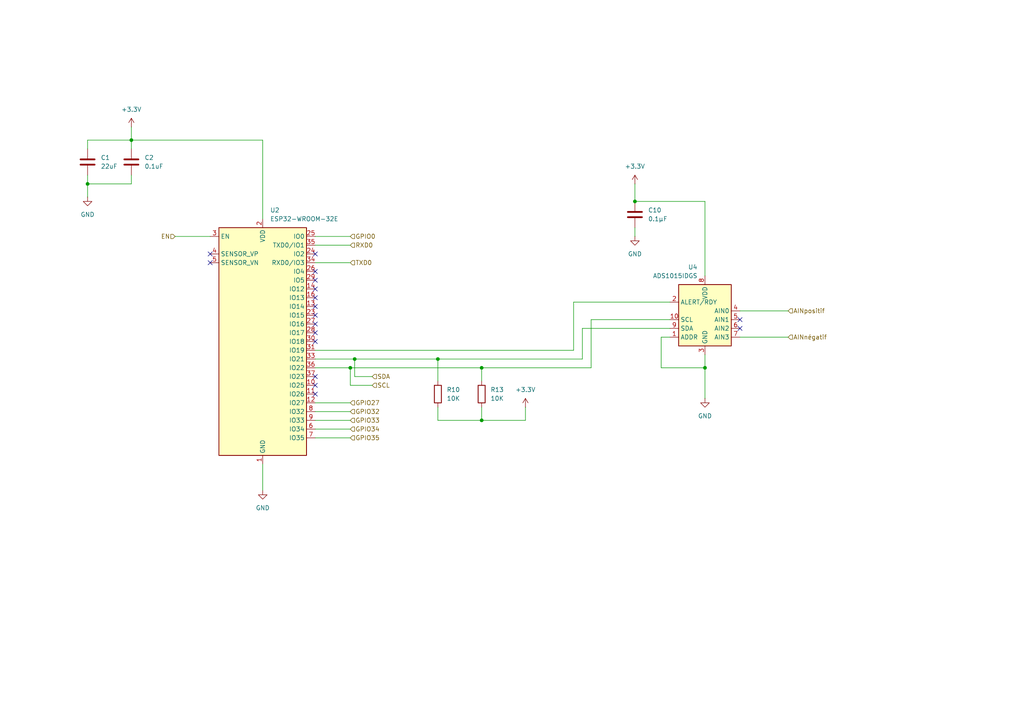
<source format=kicad_sch>
(kicad_sch (version 20250114) (generator "eeschema") (generator_version "9.0")
  (paper "A4")
  (lib_symbols
    (symbol "Analog_ADC:ADS1015IDGS"
      (property "Reference" "U" (at 2.54 13.97 0))
      (property "Value" "ADS1015IDGS" (at 7.62 11.43 0))
      (symbol "ADS1015IDGS_0_1"
        (rectangle (start -7.62 10.16) (end 7.62 -7.62) (stroke (width 0.254)) (fill (type background)))
      )
      (symbol "ADS1015IDGS_1_1"
        (pin input line (at -10.16 2.54 0) (length 2.54) (name "AIN0") (number "4"))
        (pin input line (at -10.16 0 0) (length 2.54) (name "AIN1") (number "5"))
        (pin input line (at -10.16 -2.54 0) (length 2.54) (name "AIN2") (number "6"))
        (pin input line (at -10.16 -5.08 0) (length 2.54) (name "AIN3") (number "7"))
        (pin power_in line (at 0 12.7 270) (length 2.54) (name "VDD") (number "8"))
        (pin power_in line (at 0 -10.16 90) (length 2.54) (name "GND") (number "3"))
        (pin output line (at 10.16 5.08 180) (length 2.54) (name "ALERT/RDY") (number "2"))
        (pin input line (at 10.16 0 180) (length 2.54) (name "SCL") (number "10"))
        (pin bidirectional line (at 10.16 -2.54 180) (length 2.54) (name "SDA") (number "9"))
        (pin input line (at 10.16 -5.08 180) (length 2.54) (name "ADDR") (number "1"))
      )
    )
    (symbol "Device:C" (pin_numbers (hide yes)) (pin_names (offset 0.254))
      (property "Reference" "C" (at 0.635 2.54 0))
      (property "Value" "C" (at 0.635 -2.54 0))
      (symbol "C_0_1"
        (polyline (pts (xy -2.032 0.762) (xy 2.032 0.762)) (stroke (width 0.508)))
        (polyline (pts (xy -2.032 -0.762) (xy 2.032 -0.762)) (stroke (width 0.508)))
      )
      (symbol "C_1_1"
        (pin passive line (at 0 3.81 270) (length 2.794) (name "~") (number "1"))
        (pin passive line (at 0 -3.81 90) (length 2.794) (name "~") (number "2"))
      )
    )
    (symbol "Device:R" (pin_numbers (hide yes)) (pin_names (offset 0))
      (property "Reference" "R" (at 2.032 0 90))
      (property "Value" "R" (at 0 0 90))
      (symbol "R_0_1"
        (rectangle (start -1.016 -2.54) (end 1.016 2.54) (stroke (width 0.254)))
      )
      (symbol "R_1_1"
        (pin passive line (at 0 3.81 270) (length 1.27) (name "~") (number "1"))
        (pin passive line (at 0 -3.81 90) (length 1.27) (name "~") (number "2"))
      )
    )
    (symbol "RF_Module:ESP32-WROOM-32E"
      (property "Reference" "U" (at -12.7 34.29 0))
      (property "Value" "ESP32-WROOM-32E" (at 1.27 34.29 0))
      (symbol "ESP32-WROOM-32E_0_1"
        (rectangle (start -12.7 33.02) (end 12.7 -33.02) (stroke (width 0.254)) (fill (type background)))
      )
      (symbol "ESP32-WROOM-32E_1_1"
        (pin input line (at -15.24 30.48 0) (length 2.54) (name "EN") (number "3"))
        (pin input line (at -15.24 25.4 0) (length 2.54) (name "SENSOR_VP") (number "4"))
        (pin input line (at -15.24 22.86 0) (length 2.54) (name "SENSOR_VN") (number "5"))
        (pin no_connect line (at -12.7 0 0) (length 2.54) (hide yes) (name "NC") (number "21"))
        (pin no_connect line (at -12.7 -2.54 0) (length 2.54) (hide yes) (name "NC") (number "22"))
        (pin no_connect line (at -12.7 -5.08 0) (length 2.54) (hide yes) (name "NC") (number "17"))
        (pin no_connect line (at -12.7 -7.62 0) (length 2.54) (hide yes) (name "NC") (number "18"))
        (pin no_connect line (at -12.7 -10.16 0) (length 2.54) (hide yes) (name "NC") (number "20"))
        (pin no_connect line (at -12.7 -12.7 0) (length 2.54) (hide yes) (name "NC") (number "19"))
        (pin no_connect line (at -12.7 -27.94 0) (length 2.54) (hide yes) (name "NC") (number "32"))
        (pin power_in line (at 0 35.56 270) (length 2.54) (name "VDD") (number "2"))
        (pin power_in line (at 0 -35.56 90) (length 2.54) (name "GND") (number "1"))
        (pin passive line (at 0 -35.56 90) (length 2.54) (hide yes) (name "GND") (number "15"))
        (pin passive line (at 0 -35.56 90) (length 2.54) (hide yes) (name "GND") (number "38"))
        (pin passive line (at 0 -35.56 90) (length 2.54) (hide yes) (name "GND") (number "39"))
        (pin bidirectional line (at 15.24 30.48 180) (length 2.54) (name "IO0") (number "25"))
        (pin bidirectional line (at 15.24 27.94 180) (length 2.54) (name "TXD0/IO1") (number "35"))
        (pin bidirectional line (at 15.24 25.4 180) (length 2.54) (name "IO2") (number "24"))
        (pin bidirectional line (at 15.24 22.86 180) (length 2.54) (name "RXD0/IO3") (number "34"))
        (pin bidirectional line (at 15.24 20.32 180) (length 2.54) (name "IO4") (number "26"))
        (pin bidirectional line (at 15.24 17.78 180) (length 2.54) (name "IO5") (number "29"))
        (pin bidirectional line (at 15.24 15.24 180) (length 2.54) (name "IO12") (number "14"))
        (pin bidirectional line (at 15.24 12.7 180) (length 2.54) (name "IO13") (number "16"))
        (pin bidirectional line (at 15.24 10.16 180) (length 2.54) (name "IO14") (number "13"))
        (pin bidirectional line (at 15.24 7.62 180) (length 2.54) (name "IO15") (number "23"))
        (pin bidirectional line (at 15.24 5.08 180) (length 2.54) (name "IO16") (number "27"))
        (pin bidirectional line (at 15.24 2.54 180) (length 2.54) (name "IO17") (number "28"))
        (pin bidirectional line (at 15.24 0 180) (length 2.54) (name "IO18") (number "30"))
        (pin bidirectional line (at 15.24 -2.54 180) (length 2.54) (name "IO19") (number "31"))
        (pin bidirectional line (at 15.24 -5.08 180) (length 2.54) (name "IO21") (number "33"))
        (pin bidirectional line (at 15.24 -7.62 180) (length 2.54) (name "IO22") (number "36"))
        (pin bidirectional line (at 15.24 -10.16 180) (length 2.54) (name "IO23") (number "37"))
        (pin bidirectional line (at 15.24 -12.7 180) (length 2.54) (name "IO25") (number "10"))
        (pin bidirectional line (at 15.24 -15.24 180) (length 2.54) (name "IO26") (number "11"))
        (pin bidirectional line (at 15.24 -17.78 180) (length 2.54) (name "IO27") (number "12"))
        (pin bidirectional line (at 15.24 -20.32 180) (length 2.54) (name "IO32") (number "8"))
        (pin bidirectional line (at 15.24 -22.86 180) (length 2.54) (name "IO33") (number "9"))
        (pin input line (at 15.24 -25.4 180) (length 2.54) (name "IO34") (number "6"))
        (pin input line (at 15.24 -27.94 180) (length 2.54) (name "IO35") (number "7"))
      )
    )
    (symbol "power:+3.3V" (power) (pin_numbers (hide yes)) (pin_names (offset 0) (hide yes))
      (property "Value" "+3.3V" (at 0 3.556 0))
      (symbol "+3.3V_0_1"
        (polyline (pts (xy -0.762 1.27) (xy 0 2.54)))
        (polyline (pts (xy 0 2.54) (xy 0.762 1.27)))
        (polyline (pts (xy 0 0) (xy 0 2.54)))
      )
      (symbol "+3.3V_1_1"
        (pin power_in line (at 0 0 90) (length 0) (name "~") (number "1"))
      )
    )
    (symbol "power:GND" (power) (pin_numbers (hide yes)) (pin_names (offset 0) (hide yes))
      (property "Value" "GND" (at 0 -3.81 0))
      (symbol "GND_0_1"
        (polyline (pts (xy 0 0) (xy 0 -1.27) (xy 1.27 -1.27) (xy 0 -2.54) (xy -1.27 -1.27) (xy 0 -1.27)))
      )
      (symbol "GND_1_1"
        (pin power_in line (at 0 0 270) (length 0) (name "~") (number "1"))
      )
    )
  )
  (junction (at 139.7 121.92))
  (junction (at 25.4 53.34))
  (junction (at 184.15 58.42))
  (junction (at 101.6 106.68))
  (junction (at 139.7 106.68))
  (junction (at 102.87 104.14))
  (junction (at 38.1 40.64))
  (junction (at 127 104.14))
  (junction (at 204.47 106.68))
  (no_connect (at 60.96 76.2))
  (no_connect (at 91.44 91.44))
  (no_connect (at 91.44 114.3))
  (no_connect (at 91.44 88.9))
  (no_connect (at 60.96 73.66))
  (no_connect (at 214.63 95.25))
  (no_connect (at 91.44 81.28))
  (no_connect (at 91.44 78.74))
  (no_connect (at 214.63 92.71))
  (no_connect (at 91.44 111.76))
  (no_connect (at 91.44 93.98))
  (no_connect (at 91.44 86.36))
  (no_connect (at 91.44 83.82))
  (no_connect (at 91.44 96.52))
  (no_connect (at 91.44 73.66))
  (no_connect (at 91.44 99.06))
  (no_connect (at 91.44 109.22))
  (wire (pts (xy 194.31 95.25) (xy 168.91 95.25)))
  (wire (pts (xy 101.6 106.68) (xy 91.44 106.68)))
  (wire (pts (xy 38.1 40.64) (xy 38.1 43.18)))
  (wire (pts (xy 204.47 58.42) (xy 184.15 58.42)))
  (wire (pts (xy 91.44 121.92) (xy 101.6 121.92)))
  (wire (pts (xy 38.1 50.8) (xy 38.1 53.34)))
  (wire (pts (xy 101.6 111.76) (xy 107.95 111.76)))
  (wire (pts (xy 204.47 106.68) (xy 204.47 115.57)))
  (wire (pts (xy 102.87 104.14) (xy 91.44 104.14)))
  (wire (pts (xy 91.44 76.2) (xy 101.6 76.2)))
  (wire (pts (xy 166.37 87.63) (xy 194.31 87.63)))
  (wire (pts (xy 102.87 109.22) (xy 102.87 104.14)))
  (wire (pts (xy 191.77 97.79) (xy 191.77 106.68)))
  (wire (pts (xy 152.4 121.92) (xy 152.4 118.11)))
  (wire (pts (xy 127 104.14) (xy 127 110.49)))
  (wire (pts (xy 139.7 121.92) (xy 152.4 121.92)))
  (wire (pts (xy 191.77 106.68) (xy 204.47 106.68)))
  (wire (pts (xy 139.7 106.68) (xy 171.45 106.68)))
  (wire (pts (xy 38.1 36.83) (xy 38.1 40.64)))
  (wire (pts (xy 25.4 53.34) (xy 38.1 53.34)))
  (wire (pts (xy 139.7 106.68) (xy 139.7 110.49)))
  (wire (pts (xy 166.37 101.6) (xy 91.44 101.6)))
  (wire (pts (xy 184.15 53.34) (xy 184.15 58.42)))
  (wire (pts (xy 25.4 43.18) (xy 25.4 40.64)))
  (wire (pts (xy 166.37 87.63) (xy 166.37 101.6)))
  (wire (pts (xy 184.15 66.04) (xy 184.15 68.58)))
  (wire (pts (xy 101.6 111.76) (xy 101.6 106.68)))
  (wire (pts (xy 76.2 40.64) (xy 38.1 40.64)))
  (wire (pts (xy 194.31 92.71) (xy 171.45 92.71)))
  (wire (pts (xy 101.6 106.68) (xy 139.7 106.68)))
  (wire (pts (xy 214.63 97.79) (xy 228.6 97.79)))
  (wire (pts (xy 127 121.92) (xy 139.7 121.92)))
  (wire (pts (xy 102.87 109.22) (xy 107.95 109.22)))
  (wire (pts (xy 25.4 50.8) (xy 25.4 53.34)))
  (wire (pts (xy 101.6 124.46) (xy 91.44 124.46)))
  (wire (pts (xy 204.47 102.87) (xy 204.47 106.68)))
  (wire (pts (xy 171.45 92.71) (xy 171.45 106.68)))
  (wire (pts (xy 168.91 95.25) (xy 168.91 104.14)))
  (wire (pts (xy 127 118.11) (xy 127 121.92)))
  (wire (pts (xy 127 104.14) (xy 168.91 104.14)))
  (wire (pts (xy 91.44 71.12) (xy 101.6 71.12)))
  (wire (pts (xy 91.44 127) (xy 101.6 127)))
  (wire (pts (xy 191.77 97.79) (xy 194.31 97.79)))
  (wire (pts (xy 91.44 68.58) (xy 101.6 68.58)))
  (wire (pts (xy 102.87 104.14) (xy 127 104.14)))
  (wire (pts (xy 25.4 40.64) (xy 38.1 40.64)))
  (wire (pts (xy 50.8 68.58) (xy 60.96 68.58)))
  (wire (pts (xy 25.4 57.15) (xy 25.4 53.34)))
  (wire (pts (xy 214.63 90.17) (xy 228.6 90.17)))
  (wire (pts (xy 204.47 80.01) (xy 204.47 58.42)))
  (wire (pts (xy 139.7 121.92) (xy 139.7 118.11)))
  (wire (pts (xy 91.44 119.38) (xy 101.6 119.38)))
  (wire (pts (xy 91.44 116.84) (xy 101.6 116.84)))
  (wire (pts (xy 76.2 63.5) (xy 76.2 40.64)))
  (wire (pts (xy 76.2 134.62) (xy 76.2 142.24)))
  (hierarchical_label "AINpositif" (shape input) (at 228.6 90.17 0))
  (hierarchical_label "SCL" (shape input) (at 107.95 111.76 0))
  (hierarchical_label "AINnégatif" (shape input) (at 228.6 97.79 0))
  (hierarchical_label "TXD0" (shape input) (at 101.6 76.2 0))
  (hierarchical_label "GPIO27" (shape input) (at 101.6 116.84 0))
  (hierarchical_label "EN" (shape input) (at 50.8 68.58 180))
  (hierarchical_label "GPIO34" (shape input) (at 101.6 124.46 0))
  (hierarchical_label "RXD0" (shape input) (at 101.6 71.12 0))
  (hierarchical_label "GPIO35" (shape input) (at 101.6 127 0))
  (hierarchical_label "GPIO0" (shape input) (at 101.6 68.58 0))
  (hierarchical_label "GPIO33" (shape input) (at 101.6 121.92 0))
  (hierarchical_label "GPIO32" (shape input) (at 101.6 119.38 0))
  (hierarchical_label "SDA" (shape input) (at 107.95 109.22 0))
  (symbol (lib_id "Device:C") (at 38.1 46.99 0) (unit 1)
    (property "Reference" "C2" (at 41.91 45.7199 0) (effects (justify left)))
    (property "Value" "0.1uF" (at 41.91 48.2599 0) (effects (justify left)))
    (property "Description" "Unpolarized capacitor" (effects (hide yes)))
  )
  (symbol (lib_id "RF_Module:ESP32-WROOM-32E") (at 76.2 99.06 0) (unit 1)
    (property "Reference" "U2" (at 78.3433 60.96 0) (effects (justify left)))
    (property "Value" "ESP32-WROOM-32E" (at 78.3433 63.5 0) (effects (justify left)))
    (property "Footprint" "RF_Module:ESP32-WROOM-32D" (effects (hide yes)))
    (property "Datasheet" "https://www.espressif.com/sites/default/files/documentation/esp32-wroom-32e_esp32-wroom-32ue_datasheet_en.pdf" (effects (hide yes)))
    (property "Description" "RF Module, ESP32-D0WD-V3 SoC, without PSRAM, Wi-Fi 802.11b/g/n, Bluetooth, BLE, 32-bit, 2.7-3.6V, onboard antenna, SMD" (effects (hide yes)))
  )
  (symbol (lib_id "power:GND") (at 184.15 68.58 0) (unit 1)
    (property "Reference" "#PWR038" (effects (hide yes)))
    (property "Value" "GND" (at 184.15 73.66 0))
    (property "Description" "Power symbol creates a global label with name \"GND\" , ground" (effects (hide yes)))
  )
  (symbol (lib_id "Device:R") (at 127 114.3 0) (unit 1)
    (property "Reference" "R10" (at 129.54 113.0299 0) (effects (justify left)))
    (property "Value" "10K" (at 129.54 115.5699 0) (effects (justify left)))
    (property "Description" "Resistor" (effects (hide yes)))
  )
  (symbol (lib_id "power:GND") (at 204.47 115.57 0) (unit 1)
    (property "Reference" "#PWR013" (effects (hide yes)))
    (property "Value" "GND" (at 204.47 120.65 0))
    (property "Description" "Power symbol creates a global label with name \"GND\" , ground" (effects (hide yes)))
  )
  (symbol (lib_id "power:+3.3V") (at 184.15 53.34 0) (unit 1)
    (property "Reference" "#PWR03" (effects (hide yes)))
    (property "Value" "+3.3V" (at 184.15 48.26 0))
    (property "Description" "Power symbol creates a global label with name \"+3.3V\"" (effects (hide yes)))
  )
  (symbol (lib_id "Device:R") (at 139.7 114.3 0) (unit 1)
    (property "Reference" "R13" (at 142.24 113.0299 0) (effects (justify left)))
    (property "Value" "10K" (at 142.24 115.5699 0) (effects (justify left)))
    (property "Description" "Resistor" (effects (hide yes)))
  )
  (symbol (lib_id "Analog_ADC:ADS1015IDGS") (at 204.47 92.71 0) (mirror y) (unit 1)
    (property "Reference" "U4" (at 202.3267 77.47 0) (effects (justify left)))
    (property "Value" "ADS1015IDGS" (at 202.3267 80.01 0) (effects (justify left)))
    (property "Footprint" "Package_SO:TSSOP-10_3x3mm_P0.5mm" (effects (hide yes)))
    (property "Datasheet" "http://www.ti.com/lit/ds/symlink/ads1015.pdf" (effects (hide yes)))
    (property "Description" "Ultra-Small, Low-Power, I2C-Compatible, 3.3-kSPS, 12-Bit ADCs With Internal Reference, Oscillator, and Programmable Comparator, VSSOP-10" (effects (hide yes)))
  )
  (symbol (lib_id "power:+3.3V") (at 38.1 36.83 0) (unit 1)
    (property "Reference" "#PWR07" (effects (hide yes)))
    (property "Value" "+3.3V" (at 38.1 31.75 0))
    (property "Description" "Power symbol creates a global label with name \"+3.3V\"" (effects (hide yes)))
  )
  (symbol (lib_id "power:GND") (at 76.2 142.24 0) (unit 1)
    (property "Reference" "#PWR09" (effects (hide yes)))
    (property "Value" "GND" (at 76.2 147.32 0))
    (property "Description" "Power symbol creates a global label with name \"GND\" , ground" (effects (hide yes)))
  )
  (symbol (lib_id "power:+3.3V") (at 152.4 118.11 0) (unit 1)
    (property "Reference" "#PWR039" (effects (hide yes)))
    (property "Value" "+3.3V" (at 152.4 113.03 0))
    (property "Description" "Power symbol creates a global label with name \"+3.3V\"" (effects (hide yes)))
  )
  (symbol (lib_id "power:GND") (at 25.4 57.15 0) (unit 1)
    (property "Reference" "#PWR08" (effects (hide yes)))
    (property "Value" "GND" (at 25.4 62.23 0))
    (property "Description" "Power symbol creates a global label with name \"GND\" , ground" (effects (hide yes)))
  )
  (symbol (lib_id "Device:C") (at 184.15 62.23 0) (unit 1)
    (property "Reference" "C10" (at 187.96 60.9599 0) (effects (justify left)))
    (property "Value" "0.1µF" (at 187.96 63.4999 0) (effects (justify left)))
    (property "Description" "Unpolarized capacitor" (effects (hide yes)))
  )
  (symbol (lib_id "Device:C") (at 25.4 46.99 0) (unit 1)
    (property "Reference" "C1" (at 29.21 45.7199 0) (effects (justify left)))
    (property "Value" "22uF" (at 29.21 48.2599 0) (effects (justify left)))
    (property "Description" "Unpolarized capacitor" (effects (hide yes)))
  )
)
</source>
